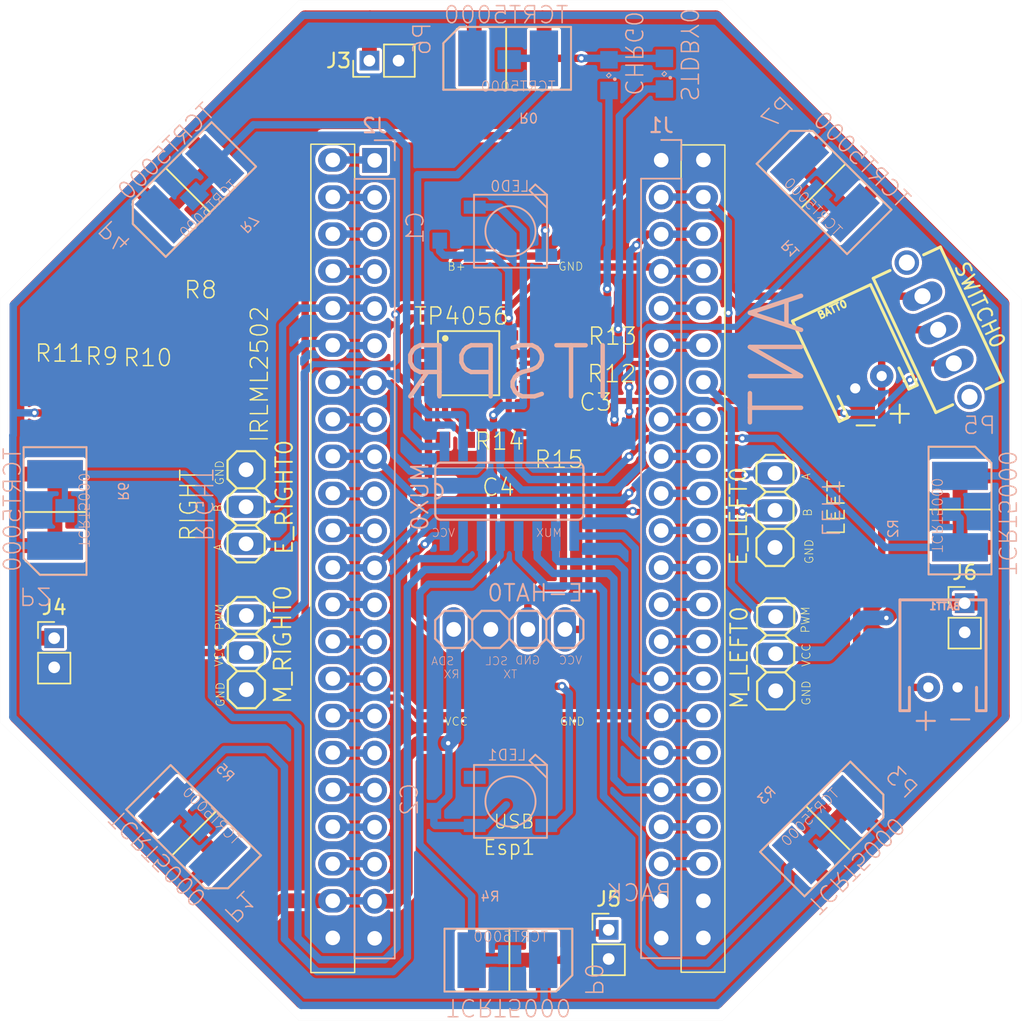
<source format=kicad_pcb>
(kicad_pcb (version 20241229) (generator "pcbnew") (generator_version "9.0")
  (layers (0 "F.Cu" signal) (2 "B.Cu" signal) (13 "F.Paste" user) (15 "B.Paste" user) (5 "F.SilkS" user "F.Silkscreen") (7 "B.SilkS" user "B.Silkscreen") (1 "F.Mask" user) (3 "B.Mask" user) (25 "Edge.Cuts" user))
  (net 0 "")
  (net 1 "GND")
  (net 2 "VCC")
  (net 3 "AD0")
  (net 4 "EM_ENABLE")
  (net 5 "MUX_A")
  (net 6 "MUX_B")
  (net 7 "MUX_C")
  (net 8 "Net-(SWITCH0-P)")
  (net 9 "Net-(CHRG0-PadC)")
  (net 10 "/<p>MCU and Motors</p>/SDA_RX")
  (net 11 "/<p>MCU and Motors</p>/SCL_TX")
  (net 12 "/<p>MCU and Motors</p>/E_RIGHT_A")
  (net 13 "/<p>MCU and Motors</p>/E_RIGHT_B")
  (net 14 "/<p>MCU and Motors</p>/M_RIGHT_PWM")
  (net 15 "/<p>MCU and Motors</p>/M_LEFT_PWM")
  (net 16 "/<p>MCU and Motors</p>/E_LEFT_B")
  (net 17 "/<p>MCU and Motors</p>/E_LEFT_A")
  (net 18 "Net-(IRLML2502-D)")
  (net 19 "Net-(IRLML2502-G)")
  (net 20 "Net-(LED0-DO)")
  (net 22 "Net-(SWITCH0-S)")
  (net 23 "/<p>Proximity Sensors</p>/MUX_X7")
  (net 24 "/<p>Proximity Sensors</p>/MUX_X1")
  (net 25 "/<p>Proximity Sensors</p>/MUX_X5")
  (net 26 "/<p>Proximity Sensors</p>/MUX_X6")
  (net 27 "/<p>Proximity Sensors</p>/MUX_X2")
  (net 28 "/<p>Proximity Sensors</p>/MUX_X4")
  (net 29 "/<p>Proximity Sensors</p>/MUX_X0")
  (net 30 "/<p>Proximity Sensors</p>/MUX_X3")
  (net 31 "/<p>Proximity Sensors</p>/EM")
  (net 32 "Net-(R10-Pad2)")
  (net 33 "Net-(TP4056-STDBY)")
  (net 34 "Net-(R12-Pad2)")
  (net 35 "Net-(TP4056-CHRG)")
  (net 37 "Net-(TP4056-PROG)")
  (net 38 "Net-(SWITCH0-O)")
  (net 39 "/<p>Power Supply</p>/TP_B+")
  (net 40 "Net-(Esp1-GPIO13)")
  (net 41 "Net-(Esp1-GPIO11)")
  (net 42 "Net-(Esp1-GPIO17)")
  (net 43 "Net-(Esp1-GPIO36)")
  (net 44 "Net-(Esp1-GPIO20)")
  (net 45 "Net-(Esp1-GPIO46)")
  (net 46 "Net-(Esp1-RST)")
  (net 47 "Net-(Esp1-GPIO9)")
  (net 48 "Net-(Esp1-GPIO14)")
  (net 49 "Net-(Esp1-GPIO15)")
  (net 50 "Net-(Esp1-GPIO37)")
  (net 51 "Net-(Esp1-GPIO19)")
  (net 52 "Net-(Esp1-GPIO35)")
  (net 53 "Net-(Esp1-GPIO38)")
  (net 54 "Net-(Esp1-GPIO42)")
  (net 55 "Net-(Esp1-GPIO12)")
  (net 56 "Net-(Esp1-GPIO2)")
  (net 57 "Net-(J2-Pin_21)")
  (net 58 "Net-(Esp1-GPIO39)")
  (net 59 "Net-(Esp1-GPIO4)")
  (net 60 "Net-(Esp1-GPIO10)")
  (net 61 "Net-(Esp1-GPIO18)")
  (net 62 "Net-(Esp1-GPIO3)")
  (net 63 "Net-(Esp1-GPIO40)")
  (net 64 "Net-(Esp1-GPIO0)")
  (net 66 "Net-(Esp1-3V3-Pad1)")
  (footprint "board:SOT23" (layer "F.Cu") (at 123.6211 84.443598 180)
    (property "Reference" "IRLML2502")
    (property "Value" "MOSFET-NREFLOW")
  )
  (footprint "esp32-s3:Untitled" (layer "F.Cu") (at 143.987619 93.354999)
    (property "Reference" "Esp1")
    (property "Value" "~")
  )
  (footprint "board:1X03" (layer "F.Cu") (at 162.044492 103.271995 90)
    (property "Reference" "M_LEFT0")
    (property "Value" "PINHD-1X3")
  )
  (footprint "Connector_PinHeader_2.00mm:PinHeader_1x02_P2.00mm_Vertical" (layer "F.Cu") (at 150.6 122.2)
    (property "Reference" "J5")
    (property "Value" "Sen3")
  )
  (footprint "board:1X03" (layer "F.Cu") (at 125.75 93.19 -90)
    (property "Reference" "E_RIGHT0")
    (property "Value" "PINHD-1X3")
  )
  (footprint "board:R0805" (layer "F.Cu") (at 147.296608 84.041602)
    (property "Reference" "R12")
    (property "Value" "103")
  )
  (footprint "Connector_PinHeader_2.00mm:PinHeader_1x02_P2.00mm_Vertical" (layer "F.Cu") (at 134.2 62.6 90)
    (property "Reference" "J3")
    (property "Value" "Sen1")
  )
  (footprint "board:R0603" (layer "F.Cu") (at 140.091101 88.603597)
    (property "Reference" "R14")
    (property "Value" "122")
  )
  (footprint "board:SOP" (layer "F.Cu") (at 141.0011 83.343598)
    (property "Reference" "TP4056")
    (property "Value" "TP4056")
  )
  (footprint "board:HH3T90" (layer "F.Cu") (at 173.1811 81.053598 115)
    (property "Reference" "SWITCH0")
    (property "Value" "SS12F2356")
  )
  (footprint "Connector_PinHeader_2.00mm:PinHeader_1x02_P2.00mm_Vertical" (layer "F.Cu") (at 175 99.8)
    (property "Reference" "J6")
    (property "Value" "Sen4")
  )
  (footprint "Connector_PinHeader_2.00mm:PinHeader_1x02_P2.00mm_Vertical" (layer "F.Cu") (at 112.6 102.2)
    (property "Reference" "J4")
    (property "Value" "Sen2")
  )
  (footprint "board:R0805" (layer "F.Cu") (at 147.276608 81.451602)
    (property "Reference" "R13")
    (property "Value" "102")
  )
  (footprint "board:JST-2-PTH" (layer "F.Cu") (at 168.405032 84.646937 25)
    (property "Reference" "BATT0")
    (property "Value" "CONN_02JST-PTH-2")
  )
  (footprint "board:C0603_420" (layer "F.Cu") (at 147.086608 86.063597)
    (property "Reference" "C3")
    (property "Value" "10 uF")
  )
  (footprint "board:R0805" (layer "F.Cu") (at 118.752493 85.865996 90)
    (property "Reference" "R10")
    (property "Value" "18R")
  )
  (footprint "board:R0805" (layer "F.Cu") (at 112.77 85.81 -90)
    (property "Reference" "R11")
    (property "Value" "NM")
  )
  (footprint "board:1X03" (layer "F.Cu") (at 162 93.44 90)
    (property "Reference" "E_LEFT0")
    (property "Value" "PINHD-1X3")
  )
  (footprint "board:C0603_420" (layer "F.Cu") (at 140.34 91.760001)
    (property "Reference" "C4")
    (property "Value" "10 uF")
  )
  (footprint "board:1X03" (layer "F.Cu") (at 125.77 103.19 90)
    (property "Reference" "M_RIGHT0")
    (property "Value" "PINHD-1X3")
  )
  (footprint "board:R0805" (layer "F.Cu") (at 115.77 85.790001 -90)
    (property "Reference" "R9")
    (property "Value" "0R")
  )
  (footprint "board:R0805" (layer "F.Cu") (at 122.4211 79.943598 180)
    (property "Reference" "R8")
    (property "Value" "4k7")
  )
  (footprint "board:R0805" (layer "F.Cu") (at 147.316608 88.141602 180)
    (property "Reference" "R15")
    (property "Value" "0R")
  )
  (footprint "board:1X04" (layer "B.Cu") (at 143.79 101.6 180)
    (property "Reference" "E-HAT0")
    (property "Value" "PINHD-1X4")
  )
  (footprint "board:C0603_348" (layer "B.Cu") (at 138.6211 113.193598 90)
    (property "Reference" "C2")
    (property "Value" "0.10 nF")
  )
  (footprint "board:WS2812B" (layer "B.Cu") (at 143.8711 113.393598 180)
    (property "Reference" "LED1")
    (property "Value" "WS2812B5050")
  )
  (footprint "board:TCRT5000" (layer "B.Cu") (at 165.644113 115.234112 -135)
    (property "Reference" "P3")
    (property "Value" "TCRT5000")
  )
  (footprint "board:M0805" (layer "B.Cu") (at 123.114137 114.495864 45)
    (property "Reference" "R5")
    (property "Value" "4k7")
  )
  (footprint "board:M0805" (layer "B.Cu") (at 143.78 63.48 -90)
    (property "Reference" "R0")
    (property "Value" "4k7")
  )
  (footprint "board:TCRT5000" (layer "B.Cu") (at 122.201481 115.569706 135)
    (property "Reference" "P1")
    (property "Value" "TCRT5000")
  )
  (footprint "board:WS2812B" (layer "B.Cu") (at 143.8711 74.293598 180)
    (property "Reference" "LED0")
    (property "Value" "WS2812B5050")
  )
  (footprint "board:M0805" (layer "B.Cu") (at 173.129999 93.36 180)
    (property "Reference" "R2")
    (property "Value" "4k7")
  )
  (footprint "board:TCRT5000" (layer "B.Cu") (at 143.574 62.44)
    (property "Reference" "P6")
    (property "Value" "TCRT5000")
  )
  (footprint "board:M0805" (layer "B.Cu") (at 114.280001 93.460001)
    (property "Reference" "R6")
    (property "Value" "4k7")
  )
  (footprint "board:TCRT5000" (layer "B.Cu") (at 143.7986 124.280001 180)
    (property "Reference" "P0")
    (property "Value" "TCRT5000")
  )
  (footprint "board:TCRT5000" (layer "B.Cu") (at 112.66 93.5486 90)
    (property "Reference" "P2")
    (property "Value" "TCRT5000")
  )
  (footprint "board:TCRT5000" (layer "B.Cu") (at 121.765888 71.485887 45)
    (property "Reference" "P4")
    (property "Value" "TCRT5000")
  )
  (footprint "Connector_PinHeader_2.54mm:PinHeader_1x22_P2.54mm_Vertical" (layer "B.Cu") (at 134.56 69.44 180)
    (property "Reference" "J2")
    (property "Value" "Conn_01x22")
  )
  (footprint "board:TCRT5000" (layer "B.Cu") (at 174.68 93.380001 -90)
    (property "Reference" "P5")
    (property "Value" "TCRT5000")
  )
  (footprint "board:C0603_348" (layer "B.Cu") (at 139.0211 74.093598 90)
    (property "Reference" "C1")
    (property "Value" "0.10 nF")
  )
  (footprint "board:M0805" (layer "B.Cu") (at 164.265864 72.414137 -135)
    (property "Reference" "R1")
    (property "Value" "4k7")
  )
  (footprint "board:M0805" (layer "B.Cu") (at 164.515864 114.185864 135)
    (property "Reference" "R3")
    (property "Value" "4k7")
  )
  (footprint "board:SO16" (layer "B.Cu") (at 143.795 92.1234)
    (property "Reference" "MUX0")
    (property "Value" "4051D")
  )
  (footprint "board:M0805" (layer "B.Cu") (at 143.81 122.949999 90)
    (property "Reference" "R4")
    (property "Value" "4k7")
  )
  (footprint "board:SML0805" (layer "B.Cu") (at 154.4211 63.493598 90)
    (property "Reference" "STDBY0")
    (property "Value" "GREEN")
  )
  (footprint "board:SML0805" (layer "B.Cu") (at 150.6211 63.593598 90)
    (property "Reference" "CHRG0")
    (property "Value" "RED")
  )
  (footprint "board:M0805" (layer "B.Cu") (at 122.884137 72.574137 -45)
    (property "Reference" "R7")
    (property "Value" "4k7")
  )
  (footprint "Connector_PinHeader_2.54mm:PinHeader_1x22_P2.54mm_Vertical" (layer "B.Cu") (at 154.2 69.42 180)
    (property "Reference" "J1")
    (property "Value" "Conn_01x22")
  )
  (footprint "board:TCRT5000" (layer "B.Cu") (at 165.314113 71.195888 -45)
    (property "Reference" "P7")
    (property "Value" "TCRT5000")
  )
  (footprint "board:JST-2-PTH" (layer "B.Cu") (at 173.5111 105.573598 180)
    (property "Reference" "BATT1")
    (property "Value" "CONN_02JST-PTH-2")
  )
  (gr_poly (pts (xy 178.886623 78.946601) (xy 178.886623 107.940601) (xy 158.383629 128.443595) (xy 129.389629 128.443595) (xy 108.886631 107.940601) (xy 108.886631 78.946601) (xy 129.389629 58.443603) (xy 158.383629 58.443603)) (stroke (width 0.003779) (color 255 0 0 1)) (fill no) (layer "Edge.Cuts"))
  (gr_text "GND" (at 164.468492 106.846494 90) (layer "F.SilkS") (effects (font (size 0.560832 0.560832) (thickness 0.048768)) (justify left bottom)))
  (gr_text "B" (at 124.168492 93.596494 90) (layer "F.SilkS") (effects (font (size 0.560832 0.560832) (thickness 0.048768)) (justify left bottom)))
  (gr_text "VCC" (at 164.468492 104.196494 90) (layer "F.SilkS") (effects (font (size 0.560832 0.560832) (thickness 0.048768)) (justify left bottom)))
  (gr_text "VCC" (at 124.218492 104.196494 90) (layer "F.SilkS") (effects (font (size 0.560832 0.560832) (thickness 0.048768)) (justify left bottom)))
  (gr_text "A" (at 164.468492 91.396494 90) (layer "F.SilkS") (effects (font (size 0.560832 0.560832) (thickness 0.048768)) (justify left bottom)))
  (gr_text "A" (at 124.168492 96.246494 90) (layer "F.SilkS") (effects (font (size 0.560832 0.560832) (thickness 0.048768)) (justify left bottom)))
  (gr_text "GND" (at 124.318492 106.946494 90) (layer "F.SilkS") (effects (font (size 0.560832 0.560832) (thickness 0.048768)) (justify left bottom)))
  (gr_text "VCC" (at 139.3211 108.243598 0) (layer "F.SilkS") (effects (font (size 0.560832 0.560832) (thickness 0.048768)) (justify left bottom)))
  (gr_text "LEFT" (at 166.882136 95.282282 90) (layer "F.SilkS") (effects (font (size 1.1684 1.1684) (thickness 0.1016)) (justify left bottom)))
  (gr_text "+" (at 169.4411 87.643598 0) (layer "F.SilkS") (effects (font (size 1.63576 1.63576) (thickness 0.14224)) (justify left bottom)))
  (gr_text "GND" (at 147.1211 77.043598 0) (layer "F.SilkS") (effects (font (size 0.560832 0.560832) (thickness 0.048768)) (justify left bottom)))
  (gr_text "GND" (at 147.2211 108.243598 0) (layer "F.SilkS") (effects (font (size 0.560832 0.560832) (thickness 0.048768)) (justify left bottom)))
  (gr_text "-" (at 167.1111 88.443598 0) (layer "F.SilkS") (effects (font (size 1.63576 1.63576) (thickness 0.14224)) (justify left bottom)))
  (gr_text "GND" (at 124.268492 91.746494 90) (layer "F.SilkS") (effects (font (size 0.560832 0.560832) (thickness 0.048768)) (justify left bottom)))
  (gr_text "B" (at 164.568492 93.896494 90) (layer "F.SilkS") (effects (font (size 0.560832 0.560832) (thickness 0.048768)) (justify left bottom)))
  (gr_text "PWM" (at 164.418492 101.896494 90) (layer "F.SilkS") (effects (font (size 0.560832 0.560832) (thickness 0.048768)) (justify left bottom)))
  (gr_text "RIGHT" (at 122.5211 95.643598 90) (layer "F.SilkS") (effects (font (size 1.1684 1.1684) (thickness 0.1016)) (justify left bottom)))
  (gr_text "B+" (at 139.5211 77.043598 0) (layer "F.SilkS") (effects (font (size 0.560832 0.560832) (thickness 0.048768)) (justify left bottom)))
  (gr_text "GND" (at 164.668492 97.146494 90) (layer "F.SilkS") (effects (font (size 0.560832 0.560832) (thickness 0.048768)) (justify left bottom)))
  (gr_text "USB" (at 142.658492 115.326494 0) (layer "F.SilkS") (effects (font (size 0.93472 0.93472) (thickness 0.08128)) (justify left bottom)))
  (gr_text "PWM" (at 124.268492 101.696494 90) (layer "F.SilkS") (effects (font (size 0.560832 0.560832) (thickness 0.048768)) (justify left bottom)))
  (gr_text "TCRT5000" (at 147.011923 64.779929 -0) (layer "B.SilkS") (effects (font (size 0.70104 0.70104) (thickness 0.06096)) (justify left bottom mirror)))
  (gr_text "VCC   GND" (at 148.8211 104.043598 -0) (layer "B.SilkS") (effects (font (size 0.560832 0.560832) (thickness 0.048768)) (justify left bottom mirror)))
  (gr_text "TCRT5000" (at 121.815564 112.243563 -45) (layer "B.SilkS") (effects (font (size 0.70104 0.70104) (thickness 0.06096)) (justify right top mirror)))
  (gr_text "TCRT5000" (at 115.031927 90.803063 -90) (layer "B.SilkS") (effects (font (size 0.70104 0.70104) (thickness 0.06096)) (justify right top mirror)))
  (gr_text "TCRT5000" (at 173.501926 91.153063 -90) (layer "B.SilkS") (effects (font (size 0.70104 0.70104) (thickness 0.06096)) (justify right top mirror)))
  (gr_text "RIGHT" (at 123.518492 90.506494 -90) (layer "B.SilkS") (effects (font (size 1.1684 1.1684) (thickness 0.1016)) (justify right top mirror)))
  (gr_text "BACK" (at 154.998492 120.356494 -0) (layer "B.SilkS") (effects (font (size 1.1684 1.1684) (thickness 0.1016)) (justify left bottom mirror)))
  (gr_text "LEFT" (at 166.468492 91.316494 -90) (layer "B.SilkS") (effects (font (size 1.1684 1.1684) (thickness 0.1016)) (justify right top mirror)))
  (gr_text "MUX             VCC" (at 142.928492 94.976494 -0) (layer "B.SilkS") (effects (font (size 0.560832 0.560832) (thickness 0.048768)) (justify mirror)))
  (gr_text "ANT" (at 164.2311 83.063598 90) (layer "B.SilkS") (effects (font (size 3.5052 3.5052) (thickness 0.3048)) (justify bottom mirror)))
  (gr_text "TCRT5000" (at 166.15142 74.749426 -45) (layer "B.SilkS") (effects (font (size 0.70104 0.70104) (thickness 0.06096)) (justify left bottom mirror)))
  (gr_text "TCRT5000" (at 125.311424 71.213566 -315) (layer "B.SilkS") (effects (font (size 0.70104 0.70104) (thickness 0.06096)) (justify left bottom mirror)))
  (gr_text "+" (at 173.4411 108.703598 -0) (layer "B.SilkS") (effects (font (size 1.63576 1.63576) (thickness 0.14224)) (justify left bottom mirror)))
  (gr_text "SCL     SDA   \nTX       RX     " (at 137.1211 103.443598 0) (layer "B.SilkS") (effects (font (size 0.560832 0.560832) (thickness 0.048768)) (justify right top mirror)))
  (gr_text "TCRT5000" (at 146.501923 123.079929 -0) (layer "B.SilkS") (effects (font (size 0.70104 0.70104) (thickness 0.06096)) (justify left bottom mirror)))
  (gr_text "ITSPR\n" (at 143.6811 86.063597 0) (layer "B.SilkS") (effects (font (size 3.5052 3.5052) (thickness 0.3048)) (justify bottom mirror)))
  (gr_text "-" (at 175.8011 108.603598 -0) (layer "B.SilkS") (effects (font (size 1.63576 1.63576) (thickness 0.14224)) (justify left bottom mirror)))
  (gr_text "TCRT5000" (at 162.26556 116.039423 45) (layer "B.SilkS") (effects (font (size 0.70104 0.70104) (thickness 0.06096)) (justify right top mirror)))
  (segment (start 138.2511 83.907177) (end 138.2511 83.978597) (width 0.42) (layer "F.Cu") (net 1))
  (segment (start 128.290001 120.209999) (end 125.492135 123.007865) (width 1.016) (layer "F.Cu") (net 2))
  (segment (start 129.586266 127.101995) (end 125.492135 123.007865) (width 1.016) (layer "F.Cu") (net 2))
  (segment (start 125.77 103.19) (end 121.06 103.19) (width 0.508) (layer "F.Cu") (net 2))
  (segment (start 175 99.8) (end 170.646488 99.8) (width 1.016) (layer "F.Cu") (net 2))
  (segment (start 177.53833 95.978158) (end 177.554493 95.961995) (width 1.016) (layer "F.Cu") (net 2))
  (segment (start 146.116276 126.980212) (end 145.994493 127.101995) (width 1.016) (layer "F.Cu") (net 2))
  (segment (start 112.650389 90.949058) (end 110.251555 90.949059) (width 1.016) (layer "F.Cu") (net 2))
  (segment (start 137.989999 91.760001) (end 137.25 92.5) (width 0.508) (layer "F.Cu") (net 2))
  (segment (start 110.044493 103.341995) (end 110.044493 102.38) (width 1.016) (layer "F.Cu") (net 2))
  (segment (start 120.132371 73.12129) (end 123.598752 69.654908) (width 1.016) (layer "F.Cu") (net 2))
  (segment (start 136.1 81.3) (end 137.15 80.25) (width 0.508) (layer "F.Cu") (net 2))
  (segment (start 138 95.75) (end 137.25 96.5) (width 0.508) (layer "F.Cu") (net 2))
  (segment (start 129.816268 59.661995) (end 134.24 59.661995) (width 1.016) (layer "F.Cu") (net 2))
  (segment (start 146.064492 59.661996) (end 157.923228 59.661996) (width 1.016) (layer "F.Cu") (net 2))
  (segment (start 121.685379 119.221108) (end 118.19538 115.731108) (width 1.016) (layer "F.Cu") (net 2))
  (segment (start 121.84538 67.901537) (end 121.84538 67.632883) (width 1.016) (layer "F.Cu") (net 2))
  (segment (start 141.114492 127.101996) (end 129.586266 127.101995) (width 1.016) (layer "F.Cu") (net 2))
  (segment (start 134.2 62.6) (end 134.2 59.701995) (width 1.016) (layer "F.Cu") (net 2))
  (segment (start 134.24 59.661995) (end 141.384492 59.661995) (width 1.016) (layer "F.Cu") (net 2))
  (segment (start 170.646488 99.8) (end 169.634492 100.811996) (width 1.016) (layer "F.Cu") (net 2))
  (segment (start 110.224493 102.2) (end 110.044493 102.38) (width 1.016) (layer "F.Cu") (net 2))
  (segment (start 141.214077 127.002411) (end 141.114492 127.101996) (width 1.016) (layer "F.Cu") (net 2))
  (segment (start 174.682901 95.978158) (end 177.53833 95.978158) (width 1.016) (layer "F.Cu") (net 2))
  (segment (start 112.65039 95.850389) (end 112.650389 90.949058) (width 1.016) (layer "F.Cu") (net 2))
  (segment (start 177.554492 91.081995) (end 177.554493 95.961995) (width 1.016) (layer "F.Cu") (net 2))
  (segment (start 177.548454 91.075958) (end 177.554492 91.081995) (width 1.016) (layer "F.Cu") (net 2))
  (segment (start 137.25 100.56) (end 138.28 101.59) (width 0.508) (layer "F.Cu") (net 2))
  (segment (start 146.110001 124.280001) (end 147.299999 124.280001) (width 0.508) (layer "F.Cu") (net 2))
  (segment (start 177.554492 91.081995) (end 177.554492 79.280498) (width 1.016) (layer "F.Cu") (net 2))
  (segment (start 147.299999 124.280001) (end 149.17 122.41) (width 0.508) (layer "F.Cu") (net 2))
  (segment (start 110.044493 102.38) (end 110.044493 95.851995) (width 1.016) (layer "F.Cu") (net 2))
  (segment (start 136.01 120.24) (end 136.66 119.59) (width 1.016) (layer "F.Cu") (net 2))
  (segment (start 118.225379 115.731108) (end 111.450379 108.956108) (width 1.016) (layer "F.Cu") (net 2))
  (segment (start 136.1 84.1) (end 136.1 81.3) (width 0.508) (layer "F.Cu") (net 2))
  (segment (start 163.679551 69.557445) (end 165.639113 67.597883) (width 1.016) (layer "F.Cu") (net 2))
  (segment (start 177.554492 79.280498) (end 169.170242 70.896249) (width 1.016) (layer "F.Cu") (net 2))
  (segment (start 123.818848 117.202707) (end 120.352467 113.736326) (width 1.016) (layer "F.Cu") (net 2))
  (segment (start 137.15 80.25) (end 143.75 80.25) (width 0.508) (layer "F.Cu") (net 2))
  (segment (start 119.25 105) (end 119.25 112.618225) (width 0.508) (layer "F.Cu") (net 2))
  (segment (start 174.682901 91.075958) (end 177.548454 91.075958) (width 1.016) (layer "F.Cu") (net 2))
  (segment (start 149.17 122.41) (end 150.39 122.41) (width 0.508) (layer "F.Cu") (net 2))
  (segment (start 137.539832 109.426655) (end 139.573345 109.426655) (width 1.016) (layer "F.Cu") (net 2))
  (segment (start 138.28 101.59) (end 138.69 101.59) (width 0.508) (layer "F.Cu") (net 2))
  (segment (start 110.044493 95.851995) (end 110.045231 95.851258) (width 1.016) (layer "F.Cu") (net 2))
  (segment (start 118.278965 71.267883) (end 118.21038 71.267883) (width 1.016) (layer "F.Cu") (net 2))
  (segment (start 169.170242 70.896249) (end 165.755495 67.481501) (width 1.016) (layer "F.Cu") (net 2))
  (segment (start 120.132371 73.12129) (end 118.278965 71.267883) (width 1.016) (layer "F.Cu") (net 2))
  (segment (start 146.1648 62.44) (end 148.73 62.44) (width 0.508) (layer "F.Cu") (net 2))
  (segment (start 141.214076 124.277139) (end 141.214077 127.002411) (width 1.016) (layer "F.Cu") (net 2))
  (segment (start 146.173207 62.44839) (end 146.173208 59.770711) (width 1.016) (layer "F.Cu") (net 2))
  (segment (start 123.818848 117.202707) (end 121.800448 119.221108) (width 1.016) (layer "F.Cu") (net 2))
  (segment (start 111.44361 108.956108) (end 110.044493 107.556991) (width 1.016) (layer "F.Cu") (net 2))
  (segment (start 146.116276 124.277139) (end 146.116276 126.980212) (width 1.016) (layer "F.Cu") (net 2))
  (segment (start 134.2 59.701995) (end 134.24 59.661995) (width 1.016) (layer "F.Cu") (net 2))
  (segment (start 139.49 91.760001) (end 138.5 91.760001) (width 0.508) (layer "F.Cu") (net 2))
  (segment (start 150.39 122.41) (end 150.6 122.2) (width 0.508) (layer "F.Cu") (net 2))
  (segment (start 138.2511 91.511101) (end 138.5 91.760001) (width 0.508) (layer "F.Cu") (net 2))
  (segment (start 139.573345 109.426655) (end 139.6 109.4) (width 1.016) (layer "F.Cu") (net 2))
  (segment (start 119.25 112.618225) (end 120.369509 113.737734) (width 0.508) (layer "F.Cu") (net 2))
  (segment (start 121.84538 67.632883) (end 129.816268 59.661995) (width 1.016) (layer "F.Cu") (net 2))
  (segment (start 145.994493 127.101995) (end 141.114492 127.101996) (width 1.016) (layer "F.Cu") (net 2))
  (segment (start 110.045231 95.851258) (end 112.651259 95.851258) (width 1.016) (layer "F.Cu") (net 2))
  (segment (start 175 99.8) (end 177.554493 99.8) (width 1.016) (layer "F.Cu") (net 2))
  (segment (start 120.352467 113.736326) (end 118.357687 115.731107) (width 1.016) (layer "F.Cu") (net 2))
  (segment (start 163.799264 117.055902) (end 165.773604 119.030243) (width 1.016) (layer "F.Cu") (net 2))
  (segment (start 111.450379 108.956108) (end 111.44361 108.956108) (width 1.016) (layer "F.Cu") (net 2))
  (segment (start 137.248598 85.248598) (end 136.1 84.1) (width 0.508) (layer "F.Cu") (net 2))
  (segment (start 121.06 103.19) (end 119.25 105) (width 0.508) (layer "F.Cu") (net 2))
  (segment (start 138.5 91.760001) (end 137.989999 91.760001) (width 0.508) (layer "F.Cu") (net 2))
  (segment (start 146.116276 124.277139) (end 141.214076 124.277139) (width 1.016) (layer "F.Cu") (net 2))
  (segment (start 110.044493 107.556991) (end 110.044493 103.341995) (width 1.016) (layer "F.Cu") (net 2))
  (segment (start 176.168605 108.926108) (end 176.17859 108.926108) (width 1.016) (layer "F.Cu") (net 2))
  (segment (start 157.923228 59.661996) (end 165.639114 67.377883) (width 1.016) (layer "F.Cu") (net 2))
  (segment (start 125.492135 123.007865) (end 121.800448 119.316177) (width 1.016) (layer "F.Cu") (net 2))
  (segment (start 131.69 120.209999) (end 128.290001 120.209999) (width 1.016) (layer "F.Cu") (net 2))
  (segment (start 143.75 81.437498) (end 143.7511 81.438598) (width 0.508) (layer "F.Cu") (net 2))
  (segment (start 174.682901 95.978158) (end 174.682901 91.075958) (width 1.016) (layer "F.Cu") (net 2))
  (segment (start 146.064492 59.661996) (end 146.173208 59.770711) (width 1.016) (layer "F.Cu") (net 2))
  (segment (start 112.651259 95.851258) (end 112.660001 95.86) (width 1.016) (layer "F.Cu") (net 2))
  (segment (start 145.994493 127.101995) (end 157.992717 127.101996) (width 1.016) (layer "F.Cu") (net 2))
  (segment (start 176.17859 108.926108) (end 177.574493 107.530205) (width 1.016) (layer "F.Cu") (net 2))
  (segment (start 138.2761 85.273598) (end 138.2511 85.248597) (width 0.42) (layer "F.Cu") (net 2))
  (segment (start 177.554493 99.8) (end 177.554493 101.131995) (width 1.016) (layer "F.Cu") (net 2))
  (segment (start 163.679551 69.557445) (end 167.145933 73.023827) (width 1.016) (layer "F.Cu") (net 2))
  (segment (start 138.2511 85.248598) (end 138.2511 91.511101) (width 0.508) (layer "F.Cu") (net 2))
  (segment (start 112.6 102.2) (end 110.224493 102.2) (width 1.016) (layer "F.Cu") (net 2))
  (segment (start 141.384492 62.334905) (end 141.384492 59.661995) (width 1.016) (layer "F.Cu") (net 2))
  (segment (start 141.384492 59.661995) (end 146.064492 59.661996) (width 1.016) (layer "F.Cu") (net 2))
  (segment (start 167.145933 73.023827) (end 169.170242 70.999517) (width 1.016) (layer "F.Cu") (net 2))
  (segment (start 123.598752 69.654908) (end 121.84538 67.901537) (width 1.016) (layer "F.Cu") (net 2))
  (segment (start 110.044493 79.43377) (end 118.21038 71.267883) (width 1.016) (layer "F.Cu") (net 2))
  (segment (start 165.773604 119.321108) (end 176.168605 108.926108) (width 1.016) (layer "F.Cu") (net 2))
  (segment (start 177.574493 101.021995) (end 177.574493 107.530205) (width 1.016) (layer "F.Cu") (net 2))
  (segment (start 112.660001 95.86) (end 112.65039 95.850389) (width 1.016) (layer "F.Cu") (net 2))
  (segment (start 134.56 120.24) (end 136.01 120.24) (width 1.016) (layer "F.Cu") (net 2))
  (segment (start 143.75 80.25) (end 143.75 81.437498) (width 0.508) (layer "F.Cu") (net 2))
  (segment (start 157.992717 127.101996) (end 165.773604 119.321108) (width 1.016) (layer "F.Cu") (net 2))
  (segment (start 118.21038 71.267883) (end 121.84538 67.632883) (width 1.016) (layer "F.Cu") (net 2))
  (segment (start 110.044492 90.741995) (end 110.044493 79.43377) (width 1.016) (layer "F.Cu") (net 2))
  (segment (start 163.799264 117.055902) (end 167.265645 113.589521) (width 1.016) (layer "F.Cu") (net 2))
  (segment (start 138.2511 85.248598) (end 137.248598 85.248598) (width 0.508) (layer "F.Cu") (net 2))
  (segment (start 110.044493 95.851995) (end 110.044492 90.741995) (width 1.016) (layer "F.Cu") (net 2))
  (segment (start 167.265645 113.589521) (end 169.373605 115.69748) (width 1.016) (layer "F.Cu") (net 2))
  (segment (start 177.554493 95.961995) (end 177.554493 99.8) (width 1.016) (layer "F.Cu") (net 2))
  (segment (start 110.251555 90.949059) (end 110.044492 90.741995) (width 1.016) (layer "F.Cu") (net 2))
  (segment (start 136.66 119.59) (end 136.66 110.306487) (width 1.016) (layer "F.Cu") (net 2))
  (segment (start 137.25 92.5) (end 137.25 96.5) (width 0.508) (layer "F.Cu") (net 2))
  (segment (start 136.66 110.306487) (end 137.539832 109.426655) (width 1.016) (layer "F.Cu") (net 2))
  (segment (start 137.25 96.5) (end 137.25 100.56) (width 0.508) (layer "F.Cu") (net 2))
  (via (at 169.634492 100.811996) (size 0.6) (drill 0.3) (layers "F.Cu" "B.Cu") (net 2))
  (via (at 138 95.75) (size 0.6) (drill 0.3) (layers "F.Cu" "B.Cu") (net 2))
  (via (at 148.73 62.44) (size 0.6) (drill 0.3) (layers "F.Cu" "B.Cu") (net 2))
  (via (at 139.6 109.4) (size 0.6) (drill 0.3) (layers "F.Cu" "B.Cu") (net 2))
  (via (at 143.75 80.25) (size 0.6) (drill 0.3) (layers "F.Cu" "B.Cu") (net 2))
  (segment (start 143.75 80.25) (end 143.75 77) (width 0.508) (layer "B.Cu") (net 2))
  (segment (start 141.4211 115.043598) (end 142.176402 115.043598) (width 0.508) (layer "B.Cu") (net 2))
  (segment (start 139.98 101.6) (end 139.98 109.02) (width 1.016) (layer "B.Cu") (net 2))
  (segment (start 138.57 95.18) (end 139.333199 95.18) (width 0.508) (layer "B.Cu") (net 2))
  (segment (start 134.529999 120.209999) (end 134.56 120.24) (width 0.508) (layer "B.Cu") (net 2))
  (segment (start 139.470001 95.0768) (end 139.350001 95.196801) (width 0.42) (layer "B.Cu") (net 2))
  (segment (start 139.65 109.45) (end 139.6 109.4) (width 0.508) (layer "B.Cu") (net 2))
  (segment (start 150.517502 62.44) (end 150.6211 62.543598) (width 0.508) (layer "B.Cu") (net 2))
  (segment (start 138.6211 114.9511) (end 138.6211 114.043598) (width 0.508) (layer "B.Cu") (net 2))
  (segment (start 138 95.75) (end 138.57 95.18) (width 0.508) (layer "B.Cu") (net 2))
  (segment (start 143.75 77) (end 142.693598 75.943598) (width 0.508) (layer "B.Cu") (net 2))
  (segment (start 154.4211 62.443598) (end 150.7211 62.443598) (width 0.508) (layer "B.Cu") (net 2))
  (segment (start 139.333199 95.18) (end 139.349999 95.1968) (width 0.508) (layer "B.Cu") (net 2))
  (segment (start 165.594492 103.271995) (end 168.054492 100.811996) (width 1.016) (layer "B.Cu") (net 2))
  (segment (start 138.713598 115.043598) (end 138.6211 114.9511) (width 0.508) (layer "B.Cu") (net 2))
  (segment (start 148.73 62.44) (end 150.517502 62.44) (width 0.508) (layer "B.Cu") (net 2))
  (segment (start 139.0211 75.6711) (end 139.293598 75.943598) (width 0.508) (layer "B.Cu") (net 2))
  (segment (start 141.4211 115.043598) (end 138.713598 115.043598) (width 0.508) (layer "B.Cu") (net 2))
  (segment (start 142.693598 75.943598) (end 141.4211 75.943598) (width 0.508) (layer "B.Cu") (net 2))
  (segment (start 131.69 120.209999) (end 134.529999 120.209999) (width 0.508) (layer "B.Cu") (net 2))
  (segment (start 139.98 109.02) (end 139.6 109.4) (width 1.016) (layer "B.Cu") (net 2))
  (segment (start 162.044492 103.271995) (end 165.594492 103.271995) (width 1.016) (layer "B.Cu") (net 2))
  (segment (start 150.7211 62.443598) (end 150.6211 62.543598) (width 0.508) (layer "B.Cu") (net 2))
  (segment (start 139.65 113.014698) (end 139.65 109.45) (width 0.508) (layer "B.Cu") (net 2))
  (segment (start 142.176402 115.043598) (end 143.59 113.63) (width 0.508) (layer "B.Cu") (net 2))
  (segment (start 138.6211 114.043598) (end 139.65 113.014698) (width 0.508) (layer "B.Cu") (net 2))
  (segment (start 139.293598 75.943598) (end 141.4211 75.943598) (width 0.508) (layer "B.Cu") (net 2))
  (segment (start 168.054492 100.811996) (end 169.634492 100.811996) (width 1.016) (layer "B.Cu") (net 2))
  (segment (start 139.0211 74.943598) (end 139.0211 75.6711) (width 0.508) (layer "B.Cu") (net 2))
  (segment (start 137 90.75) (end 141.5 90.75) (width 0.508) (layer "B.Cu") (net 3))
  (segment (start 134.529999 84.649999) (end 134.56 84.68) (width 0.508) (layer "B.Cu") (net 3))
  (segment (start 135.8682 89.6182) (end 137 90.75) (width 0.508) (layer "B.Cu") (net 3))
  (segment (start 141.890001 90.359999) (end 141.890001 89.05) (width 0.508) (layer "B.Cu") (net 3))
  (segment (start 131.69 84.649999) (end 134.529999 84.649999) (width 0.508) (layer "B.Cu") (net 3))
  (segment (start 134.63 84.75) (end 135.5 84.75) (width 0.508) (layer "B.Cu") (net 3))
  (segment (start 134.56 84.68) (end 134.63 84.75) (width 0.508) (layer "B.Cu") (net 3))
  (segment (start 135.5 84.75) (end 135.8682 85.1182) (width 0.508) (layer "B.Cu") (net 3))
  (segment (start 135.8682 85.1182) (end 135.8682 89.6182) (width 0.508) (layer "B.Cu") (net 3))
  (segment (start 141.5 90.75) (end 141.890001 90.359999) (width 0.508) (layer "B.Cu") (net 3))
  (segment (start 137.519999 107.519999) (end 136.2758 106.2758) (width 0.42) (layer "F.Cu") (net 4))
  (segment (start 130.4758 106.2758) (end 129.8 105.6) (width 0.42) (layer "F.Cu") (net 4))
  (segment (start 129.8 105.6) (end 129.8 78.05) (width 0.508) (layer "F.Cu") (net 4))
  (segment (start 145 67.75) (end 146.25 69) (width 0.508) (layer "F.Cu") (net 4))
  (segment (start 130 77.25) (end 130 68.75) (width 0.508) (layer "F.Cu") (net 4))
  (segment (start 154.2 107.519999) (end 137.519999 107.519999) (width 0.508) (layer "F.Cu") (net 4))
  (segment (start 121.471101 79.943598) (end 121.471101 78.350466) (width 0.508) (layer "F.Cu") (net 4))
  (segment (start 146.25 69) (end 146.25 74.25) (width 0.508) (layer "F.Cu") (net 4))
  (segment (start 129.5 77.75) (end 130 77.25) (width 0.508) (layer "F.Cu") (net 4))
  (segment (start 129.8 78.05) (end 129.5 77.75) (width 0.508) (layer "F.Cu") (net 4))
  (segment (start 121.471101 78.350466) (end 122.071567 77.75) (width 0.508) (layer "F.Cu") (net 4))
  (segment (start 122.071567 77.75) (end 129.5 77.75) (width 0.508) (layer "F.Cu") (net 4))
  (segment (start 131 67.75) (end 145 67.75) (width 0.508) (layer "F.Cu") (net 4))
  (segment (start 136.2758 106.2758) (end 130.4758 106.2758) (width 0.42) (layer "F.Cu") (net 4))
  (segment (start 130 68.75) (end 131 67.75) (width 0.508) (layer "F.Cu") (net 4))
  (via (at 146.25 74.25) (size 0.6) (drill 0.3) (layers "F.Cu" "B.Cu") (net 4))
  (segment (start 146.25 74.25) (end 146.25 75.872498) (width 0.508) (layer "B.Cu") (net 4))
  (segment (start 146.25 75.872498) (end 146.3211 75.943598) (width 0.508) (layer "B.Cu") (net 4))
  (segment (start 154.21 107.509999) (end 154.2 107.519999) (width 0.508) (layer "B.Cu") (net 4))
  (segment (start 157.09 107.509999) (end 154.21 107.509999) (width 0.508) (layer "B.Cu") (net 4))
  (segment (start 146.81 97.76) (end 145.699999 96.649999) (width 0.508) (layer "B.Cu") (net 5))
  (segment (start 150.96 98.14) (end 150.58 97.76) (width 0.508) (layer "B.Cu") (net 5))
  (segment (start 150.58 97.76) (end 146.81 97.76) (width 0.508) (layer "B.Cu") (net 5))
  (segment (start 150.96 111.82) (end 150.96 98.14) (width 0.508) (layer "B.Cu") (net 5))
  (segment (start 145.699999 96.649999) (end 145.699999 95.1968) (width 0.508) (layer "B.Cu") (net 5))
  (segment (start 157.09 112.589998) (end 154.210002 112.589998) (width 0.508) (layer "B.Cu") (net 5))
  (segment (start 145.700001 95.196801) (end 145.700001 95.926603) (width 0.508) (layer "B.Cu") (net 5))
  (segment (start 154.210002 112.589998) (end 154.2 112.6) (width 0.508) (layer "B.Cu") (net 5))
  (segment (start 154.2 112.6) (end 151.74 112.6) (width 0.508) (layer "B.Cu") (net 5))
  (segment (start 151.74 112.6) (end 150.96 111.82) (width 0.508) (layer "B.Cu") (net 5))
  (segment (start 154.2 110.060001) (end 157.079998 110.060001) (width 0.508) (layer "B.Cu") (net 6))
  (segment (start 151.09 96.95) (end 147.17 96.95) (width 0.508) (layer "B.Cu") (net 6))
  (segment (start 151.69 97.55) (end 151.09 96.95) (width 0.508) (layer "B.Cu") (net 6))
  (segment (start 157.079998 110.060001) (end 157.09 110.049999) (width 0.508) (layer "B.Cu") (net 6))
  (segment (start 147.17 96.95) (end 146.97 96.75) (width 0.508) (layer "B.Cu") (net 6))
  (segment (start 151.69 109.02) (end 151.69 97.55) (width 0.508) (layer "B.Cu") (net 6))
  (segment (start 154.2 110.060001) (end 152.730001 110.060001) (width 0.508) (layer "B.Cu") (net 6))
  (segment (start 146.97 96.75) (end 146.97 95.1968) (width 0.508) (layer "B.Cu") (net 6))
  (segment (start 152.730001 110.060001) (end 151.69 109.02) (width 0.508) (layer "B.Cu") (net 6))
  (segment (start 157.09 104.969999) (end 154.210001 104.969999) (width 0.508) (layer "B.Cu") (net 7))
  (segment (start 151.5868 95.1968) (end 148.240001 95.1968) (width 0.508) (layer "B.Cu") (net 7))
  (segment (start 154.210001 104.969999) (end 154.2 104.98) (width 0.508) (layer "B.Cu") (net 7))
  (segment (start 152.7022 104.98) (end 152.4022 104.68) (width 0.508) (layer "B.Cu") (net 7))
  (segment (start 152.42 104.6622) (end 152.42 96.03) (width 0.508) (layer "B.Cu") (net 7))
  (segment (start 154.2 104.98) (end 152.7022 104.98) (width 0.508) (layer "B.Cu") (net 7))
  (segment (start 152.42 96.03) (end 151.5868 95.1968) (width 0.508) (layer "B.Cu") (net 7))
  (segment (start 152.4022 104.68) (end 152.42 104.6622) (width 0.508) (layer "B.Cu") (net 7))
  (segment (start 173.1811 81.053598) (end 171.096402 81.053598) (width 0.508) (layer "F.Cu") (net 8))
  (segment (start 167.6 99.85) (end 167.6 104.51) (width 0.508) (layer "F.Cu") (net 8))
  (segment (start 168.663598 105.573598) (end 172.5111 105.573598) (width 0.508) (layer "F.Cu") (net 8))
  (segment (start 169.31134 98.13866) (end 167.6 99.85) (width 0.508) (layer "F.Cu") (net 8))
  (segment (start 167.6 104.51) (end 168.663598 105.573598) (width 0.508) (layer "F.Cu") (net 8))
  (segment (start 169.31134 82.83866) (end 169.31134 84.224317) (width 0.508) (layer "F.Cu") (net 8))
  (segment (start 169.31134 84.224317) (end 169.31134 98.13866) (width 0.508) (layer "F.Cu") (net 8))
  (segment (start 171.096402 81.053598) (end 169.31134 82.83866) (width 0.508) (layer "F.Cu") (net 8))
  (segment (start 169.29 84.202977) (end 169.31134 84.224317) (width 1.016) (layer "B.Cu") (net 8))
  (segment (start 150.5 79.178209) (end 148.226607 81.451602) (width 0.508) (layer "F.Cu") (net 9))
  (segment (start 150.5 78.25) (end 150.5 79.178209) (width 0.508) (layer "F.Cu") (net 9))
  (via (at 150.5 78.25) (size 0.6) (drill 0.3) (layers "F.Cu" "B.Cu") (net 9))
  (segment (start 150.6211 75.3789) (end 150.6211 64.643598) (width 0.508) (layer "B.Cu") (net 9))
  (segment (start 150.5 75.5) (end 150.6211 75.3789) (width 0.508) (layer "B.Cu") (net 9))
  (segment (start 150.5 78.25) (end 150.5 75.5) (width 0.508) (layer "B.Cu") (net 9))
  (segment (start 158.8 82.379363) (end 157.811164 83.368199) (width 0.508) (layer "F.Cu") (net 10))
  (segment (start 152 83.7) (end 152.3042 83.3958) (width 0.42) (layer "F.Cu") (net 10))
  (segment (start 149.25 90.85) (end 152 88.1) (width 0.42) (layer "F.Cu") (net 10))
  (segment (start 155.640598 83.3958) (end 155.668199 83.368199) (width 0.42) (layer "F.Cu") (net 10))
  (segment (start 152 88.1) (end 152 86.649001) (width 0.42) (layer "F.Cu") (net 10))
  (segment (start 148.9 101.6) (end 149.25 101.25) (width 0.508) (layer "F.Cu") (net 10))
  (segment (start 149.25 101.25) (end 149.25 90.85) (width 0.508) (layer "F.Cu") (net 10))
  (segment (start 157.811164 83.368199) (end 155.668199 83.368199) (width 0.508) (layer "F.Cu") (net 10))
  (segment (start 147.6 101.6) (end 148.9 101.6) (width 0.508) (layer "F.Cu") (net 10))
  (segment (start 158.8 79.9) (end 158.8 82.379363) (width 0.508) (layer "F.Cu") (net 10))
  (segment (start 152.3042 83.3958) (end 155.640598 83.3958) (width 0.42) (layer "F.Cu") (net 10))
  (segment (start 152 85) (end 152 83.7) (width 0.42) (layer "F.Cu") (net 10))
  (via (at 152 86.649001) (size 0.6) (drill 0.3) (layers "F.Cu" "B.Cu") (net 10))
  (via (at 152 85) (size 0.6) (drill 0.3) (layers "F.Cu" "B.Cu") (net 10))
  (via (at 158.8 79.9) (size 0.6) (drill 0.3) (layers "F.Cu" "B.Cu") (net 10))
  (segment (start 157.09 71.949999) (end 158.8 73.659999) (width 0.508) (layer "B.Cu") (net 10))
  (segment (start 154.210001 71.949999) (end 154.2 71.96) (width 0.508) (layer "B.Cu") (net 10))
  (segment (start 157.09 71.949999) (end 154.210001 71.949999) (width 0.508) (layer "B.Cu") (net 10))
  (segment (start 152 86.649001) (end 152 85) (width 0.42) (layer "B.Cu") (net 10))
  (segment (start 158.8 73.659999) (end 158.8 79.9) (width 0.508) (layer "B.Cu") (net 10))
  (segment (start 147.5 89.75) (end 147.5 98.75) (width 0.508) (layer "F.Cu") (net 11))
  (segment (start 151 87.75) (end 149.25 89.5) (width 0.508) (layer "F.Cu") (net 11))
  (segment (start 146 98.75) (end 145.060001 99.689999) (width 0.508) (layer "F.Cu") (net 11))
  (segment (start 154.2 74.499999) (end 153.250001 74.499999) (width 0.508) (layer "F.Cu") (net 11))
  (segment (start 145.060001 99.689999) (end 145.060001 101.6) (width 0.508) (layer "F.Cu") (net 11))
  (segment (start 147.75 89.5) (end 147.5 89.75) (width 0.508) (layer "F.Cu") (net 11))
  (segment (start 151 87.2) (end 151 87.75) (width 0.508) (layer "F.Cu") (net 11))
  (segment (start 153.250001 74.499999) (end 152.5 75.25) (width 0.508) (layer "F.Cu") (net 11))
  (segment (start 147.5 98.75) (end 146 98.75) (width 0.508) (layer "F.Cu") (net 11))
  (segment (start 149.25 89.5) (end 147.75 89.5) (width 0.508) (layer "F.Cu") (net 11))
  (via (at 151 87.2) (size 0.6) (drill 0.3) (layers "F.Cu" "B.Cu") (net 11))
  (via (at 152.5 75.25) (size 0.6) (drill 0.3) (layers "F.Cu" "B.Cu") (net 11))
  (segment (start 154.2 74.499999) (end 157.08 74.499999) (width 0.508) (layer "B.Cu") (net 11))
  (segment (start 151 87.2) (end 151 84.1) (width 0.508) (layer "B.Cu") (net 11))
  (segment (start 157.08 74.499999) (end 157.09 74.489999) (width 0.508) (layer "B.Cu") (net 11))
  (segment (start 152.0455 75.7045) (end 152.5 75.25) (width 0.508) (layer "B.Cu") (net 11))
  (segment (start 152.0455 83.0545) (end 152.0455 75.7045) (width 0.508) (layer "B.Cu") (net 11))
  (segment (start 151 84.1) (end 152.0455 83.0545) (width 0.508) (layer "B.Cu") (net 11))
  (segment (start 131.720001 82.14) (end 131.69 82.109999) (width 0.508) (layer "B.Cu") (net 12))
  (segment (start 129.75 82) (end 131.580001 82) (width 0.508) (layer "B.Cu") (net 12))
  (segment (start 125.77 95.75) (end 128.25 95.75) (width 0.508) (layer "B.Cu") (net 12))
  (segment (start 131.580001 82) (end 131.69 82.109999) (width 0.508) (layer "B.Cu") (net 12))
  (segment (start 129 95) (end 129 82.75) (width 0.508) (layer "B.Cu") (net 12))
  (segment (start 125.75 95.73) (end 125.77 95.75) (width 0.508) (layer "B.Cu") (net 12))
  (segment (start 128.25 95.75) (end 129 95) (width 0.508) (layer "B.Cu") (net 12))
  (segment (start 134.56 82.14) (end 131.720001 82.14) (width 0.508) (layer "B.Cu") (net 12))
  (segment (start 129 82.75) (end 129.75 82) (width 0.508) (layer "B.Cu") (net 12))
  (segment (start 128.25 92.75) (end 128.25 80.75) (width 0.508) (layer "B.Cu") (net 13))
  (segment (start 127.81 93.19) (end 128.25 92.75) (width 0.508) (layer "B.Cu") (net 13))
  (segment (start 134.529999 79.569999) (end 134.56 79.6) (width 0.508) (layer "B.Cu") (net 13))
  (segment (start 125.75 93.19) (end 127.81 93.19) (width 0.508) (layer "B.Cu") (net 13))
  (segment (start 129.430001 79.569999) (end 131.69 79.569999) (width 0.508) (layer "B.Cu") (net 13))
  (segment (start 131.69 79.569999) (end 134.529999 79.569999) (width 0.508) (layer "B.Cu") (net 13))
  (segment (start 128.25 80.75) (end 129.430001 79.569999) (width 0.508) (layer "B.Cu") (net 13))
  (segment (start 146.568083 76.75) (end 149.25 76.75) (width 0.42) (layer "F.Cu") (net 14))
  (segment (start 136.4928 79.5) (end 143.818083 79.5) (width 0.42) (layer "F.Cu") (net 14))
  (segment (start 143.818083 79.5) (end 146.568083 76.75) (width 0.42) (layer "F.Cu") (net 14))
  (segment (start 153.91 76.75) (end 149.25 76.75) (width 0.508) (layer "F.Cu") (net 14))
  (segment (start 135.9928 80) (end 136.4928 79.5) (width 0.42) (layer "F.Cu") (net 14))
  (segment (start 154.2 77.04) (end 153.91 76.75) (width 0.508) (layer "F.Cu") (net 14))
  (via (at 135.9928 80) (size 0.6) (drill 0.3) (layers "F.Cu" "B.Cu") (net 14))
  (segment (start 125.77 100.65) (end 128.85 100.65) (width 0.508) (layer "B.Cu") (net 14))
  (segment (start 129.75 84) (end 129.75 84.5) (width 0.508) (layer "B.Cu") (net 14))
  (segment (start 154.210001 77.029999) (end 154.2 77.04) (width 0.508) (layer "B.Cu") (net 14))
  (segment (start 136.0818 80.089) (end 136.0818 83.1682) (width 0.42) (layer "B.Cu") (net 14))
  (segment (start 135.9928 80) (end 136.0818 80.089) (width 0.42) (layer "B.Cu") (net 14))
  (segment (start 135.8342 83.4158) (end 130.3342 83.4158) (width 0.42) (layer "B.Cu") (net 14))
  (segment (start 128.85 100.65) (end 129.75 99.75) (width 0.508) (layer "B.Cu") (net 14))
  (segment (start 129.75 99.75) (end 129.75 84) (width 0.508) (layer "B.Cu") (net 14))
  (segment (start 136.0818 83.1682) (end 135.8342 83.4158) (width 0.42) (layer "B.Cu") (net 14))
  (segment (start 157.09 77.029999) (end 154.210001 77.029999) (width 0.508) (layer "B.Cu") (net 14))
  (segment (start 130.3342 83.4158) (end 129.75 84) (width 0.42) (layer "B.Cu") (net 14))
  (segment (start 159 86.559999) (end 159 98.5) (width 0.508) (layer "B.Cu") (net 15))
  (segment (start 157.09 84.649999) (end 159 86.559999) (width 0.508) (layer "B.Cu") (net 15))
  (segment (start 161.231995 100.731995) (end 162.044492 100.731995) (width 0.508) (layer "B.Cu") (net 15))
  (segment (start 159 98.5) (end 161.231995 100.731995) (width 0.508) (layer "B.Cu") (net 15))
  (segment (start 159.7572 93.5) (end 159.713 93.5442) (width 0.42) (layer "F.Cu") (net 16))
  (segment (start 159.713 93.5442) (end 152.2942 93.5442) (width 0.42) (layer "F.Cu") (net 16))
  (segment (start 152.2942 93.5442) (end 152.25 93.5) (width 0.42) (layer "F.Cu") (net 16))
  (via (at 159.7572 93.5) (size 0.6) (drill 0.3) (layers "F.Cu" "B.Cu") (net 16))
  (via (at 152.25 93.5) (size 0.6) (drill 0.3) (layers "F.Cu" "B.Cu") (net 16))
  (segment (start 131.720001 97.38) (end 131.69 97.349999) (width 0.508) (layer "B.Cu") (net 16))
  (segment (start 159.8172 93.44) (end 159.7572 93.5) (width 0.42) (layer "B.Cu") (net 16))
  (segment (start 162 93.44) (end 159.8172 93.44) (width 0.42) (layer "B.Cu") (net 16))
  (segment (start 134.56 97.38) (end 138.44 93.5) (width 0.42) (layer "B.Cu") (net 16))
  (segment (start 134.56 97.38) (end 131.720001 97.38) (width 0.508) (layer "B.Cu") (net 16))
  (segment (start 138.44 93.5) (end 152.25 93.5) (width 0.42) (layer "B.Cu") (net 16))
  (segment (start 159.9958 91.0042) (end 160 91) (width 0.42) (layer "F.Cu") (net 17))
  (segment (start 153.2458 91.0042) (end 159.9958 91.0042) (width 0.42) (layer "F.Cu") (net 17))
  (segment (start 152 92.25) (end 153.2458 91.0042) (width 0.42) (layer "F.Cu") (net 17))
  (via (at 160 91) (size 0.6) (drill 0.3) (layers "F.Cu" "B.Cu") (net 17))
  (via (at 152 92.25) (size 0.6) (drill 0.3) (layers "F.Cu" "B.Cu") (net 17))
  (segment (start 152 92.25) (end 151.5 92.75) (width 0.508) (layer "B.Cu") (net 17))
  (segment (start 160.1 90.9) (end 160 91) (width 0.42) (layer "B.Cu") (net 17))
  (segment (start 137.55 92.75) (end 134.56 89.76) (width 0.508) (layer "B.Cu") (net 17))
  (segment (start 161.998252 90.885431) (end 160.718251 90.885431) (width 0.508) (layer "B.Cu") (net 17))
  (segment (start 131.69 89.729999) (end 134.529999 89.729999) (width 0.508) (layer "B.Cu") (net 17))
  (segment (start 151.5 92.75) (end 137.55 92.75) (width 0.508) (layer "B.Cu") (net 17))
  (segment (start 134.529999 89.729999) (end 134.56 89.76) (width 0.508) (layer "B.Cu") (net 17))
  (segment (start 162 90.9) (end 160.1 90.9) (width 0.42) (layer "B.Cu") (net 17))
  (segment (start 123.6211 85.543597) (end 123.6211 86.4389) (width 0.508) (layer "F.Cu") (net 18))
  (segment (start 123.235995 86.815995) (end 118.752493 86.815995) (width 0.508) (layer "F.Cu") (net 18))
  (segment (start 123.6211 86.4389) (end 123.24 86.82) (width 0.508) (layer "F.Cu") (net 18))
  (segment (start 123.24 86.82) (end 123.235995 86.815995) (width 0.508) (layer "F.Cu") (net 18))
  (segment (start 123.371099 79.943598) (end 124.553598 79.943598) (width 0.508) (layer "F.Cu") (net 19))
  (segment (start 124.73 83.184698) (end 124.5711 83.343598) (width 0.508) (layer "F.Cu") (net 19))
  (segment (start 124.553598 79.943598) (end 124.73 80.12) (width 0.508) (layer "F.Cu") (net 19))
  (segment (start 124.73 80.12) (end 124.73 83.184698) (width 0.508) (layer "F.Cu") (net 19))
  (segment (start 142.7 98.592776) (end 142.7 86.9) (width 0.508) (layer "F.Cu") (net 20))
  (segment (start 147.4 105.5) (end 145 105.5) (width 0.508) (layer "F.Cu") (net 20))
  (segment (start 143.839801 99.732577) (end 142.7 98.592776) (width 0.508) (layer "F.Cu") (net 20))
  (segment (start 145 105.5) (end 143.839801 104.339801) (width 0.508) (layer "F.Cu") (net 20))
  (segment (start 143.839801 104.339801) (end 143.839801 99.732577) (width 0.508) (layer "F.Cu") (net 20))
  (via (at 147.4 105.5) (size 0.6) (drill 0.3) (layers "F.Cu" "B.Cu") (net 20))
  (via (at 142.7 86.9) (size 0.6) (drill 0.3) (layers "F.Cu" "B.Cu") (net 20))
  (segment (start 143.143598 72.643598) (end 141.4211 72.643598) (width 0.508) (layer "B.Cu") (net 20))
  (segment (start 144.75 74.25) (end 143.143598 72.643598) (width 0.508) (layer "B.Cu") (net 20))
  (segment (start 147.9 114.1) (end 147.9 106) (width 0.508) (layer "B.Cu") (net 20))
  (segment (start 144.75 86.25) (end 143.35 86.25) (width 0.508) (layer "B.Cu") (net 20))
  (segment (start 147.9 106) (end 147.4 105.5) (width 0.508) (layer "B.Cu") (net 20))
  (segment (start 144.75 86.25) (end 144.75 74.25) (width 0.508) (layer "B.Cu") (net 20))
  (segment (start 143.35 86.25) (end 142.7 86.9) (width 0.508) (layer "B.Cu") (net 20))
  (segment (start 146.956402 115.043598) (end 147.9 114.1) (width 0.508) (layer "B.Cu") (net 20))
  (segment (start 146.3211 115.043598) (end 146.956402 115.043598) (width 0.508) (layer "B.Cu") (net 20))
  (segment (start 146.25 114.972498) (end 146.3211 115.043598) (width 0.508) (layer "B.Cu") (net 20))
  (segment (start 152.75 67.5) (end 152.5 67.75) (width 0.508) (layer "F.Cu") (net 22))
  (segment (start 147.1 76) (end 140.5 76) (width 0.508) (layer "F.Cu") (net 22))
  (segment (start 152.5 67.75) (end 152.5 70.6) (width 0.508) (layer "F.Cu") (net 22))
  (segment (start 159 68.5) (end 158 67.5) (width 0.508) (layer "F.Cu") (net 22))
  (segment (start 158 67.5) (end 152.75 67.5) (width 0.508) (layer "F.Cu") (net 22))
  (segment (start 172.10765 78.751577) (end 159.751577 78.751577) (width 0.508) (layer "F.Cu") (net 22))
  (segment (start 140.071916 76.428084) (end 140.071916 78.104001) (width 0.508) (layer "F.Cu") (net 22))
  (segment (start 159.751577 78.751577) (end 159 78) (width 0.508) (layer "F.Cu") (net 22))
  (segment (start 159 78) (end 159 68.5) (width 0.508) (layer "F.Cu") (net 22))
  (segment (start 152.5 70.6) (end 147.1 76) (width 0.508) (layer "F.Cu") (net 22))
  (segment (start 172.147988 78.733195) (end 172.066375 78.814807) (width 0.508) (layer "F.Cu") (net 22))
  (segment (start 140.5 76) (end 140.071916 76.428084) (width 0.508) (layer "F.Cu") (net 22))
  (segment (start 143.16 90.574) (end 144.6238 92.0378) (width 0.508) (layer "B.Cu") (net 23))
  (segment (start 152.8918 90.269328) (end 152.8918 81.2654) (width 0.508) (layer "B.Cu") (net 23))
  (segment (start 159.318145 80.8558) (end 167.146085 73.02786) (width 0.42) (layer "B.Cu") (net 23))
  (segment (start 151.123328 92.0378) (end 152.8918 90.269328) (width 0.508) (layer "B.Cu") (net 23))
  (segment (start 144.6238 92.0378) (end 151.123328 92.0378) (width 0.508) (layer "B.Cu") (net 23))
  (segment (start 143.16 89.05) (end 143.16 90.574) (width 0.508) (layer "B.Cu") (net 23))
  (segment (start 164.940394 71.745299) (end 166.218923 73.023827) (width 0.508) (layer "B.Cu") (net 23))
  (segment (start 153.3014 80.8558) (end 152.8918 81.2654) (width 0.42) (layer "B.Cu") (net 23))
  (segment (start 153.3014 80.8558) (end 159.318145 80.8558) (width 0.42) (layer "B.Cu") (net 23))
  (segment (start 121.00554 113.736326) (end 122.435552 115.16634) (width 0.508) (layer "B.Cu") (net 24))
  (segment (start 141.110801 97.5) (end 138 97.5) (width 0.508) (layer "B.Cu") (net 24))
  (segment (start 128.38 111.02) (end 127.2 109.84) (width 0.508) (layer "B.Cu") (net 24))
  (segment (start 136.8022 98.6978) (end 136.8022 124.0822) (width 0.508) (layer "B.Cu") (net 24))
  (segment (start 141.890001 95.1968) (end 141.890001 96.7208) (width 0.508) (layer "B.Cu") (net 24))
  (segment (start 124.267243 109.84) (end 120.369509 113.737734) (width 0.508) (layer "B.Cu") (net 24))
  (segment (start 141.890001 96.7208) (end 141.110801 97.5) (width 0.508) (layer "B.Cu") (net 24))
  (segment (start 135.8244 125.06) (end 130.61 125.06) (width 0.508) (layer "B.Cu") (net 24))
  (segment (start 138 97.5) (end 136.8022 98.6978) (width 0.508) (layer "B.Cu") (net 24))
  (segment (start 136.8022 124.0822) (end 135.8244 125.06) (width 0.508) (layer "B.Cu") (net 24))
  (segment (start 130.61 125.06) (end 128.38 122.83) (width 0.508) (layer "B.Cu") (net 24))
  (segment (start 128.38 122.83) (end 128.38 111.02) (width 0.508) (layer "B.Cu") (net 24))
  (segment (start 127.2 109.84) (end 124.267243 109.84) (width 0.508) (layer "B.Cu") (net 24))
  (segment (start 159.7572 88.5) (end 159.733 88.4758) (width 0.42) (layer "F.Cu") (net 25))
  (segment (start 159.733 88.4758) (end 153.2742 88.4758) (width 0.42) (layer "F.Cu") (net 25))
  (segment (start 153.2742 88.4758) (end 152 89.75) (width 0.42) (layer "F.Cu") (net 25))
  (via (at 152 89.75) (size 0.6) (drill 0.3) (layers "F.Cu" "B.Cu") (net 25))
  (via (at 159.7572 88.5) (size 0.6) (drill 0.3) (layers "F.Cu" "B.Cu") (net 25))
  (segment (start 174.682901 95.978158) (end 174.682902 93.966405) (width 0.508) (layer "B.Cu") (net 25))
  (segment (start 162.087623 88.5) (end 159.7572 88.5) (width 0.508) (layer "B.Cu") (net 25))
  (segment (start 169.558424 95.970801) (end 162.087623 88.5) (width 0.508) (layer "B.Cu") (net 25))
  (segment (start 144.43 90.574) (end 145.1816 91.3256) (width 0.508) (layer "B.Cu") (net 25))
  (segment (start 174.682902 93.966405) (end 174.072892 93.356395) (width 0.508) (layer "B.Cu") (net 25))
  (segment (start 150.4244 91.3256) (end 152 89.75) (width 0.508) (layer "B.Cu") (net 25))
  (segment (start 174.68 95.970801) (end 169.558424 95.970801) (width 0.508) (layer "B.Cu") (net 25))
  (segment (start 144.43 89.05) (end 144.43 90.574) (width 0.508) (layer "B.Cu") (net 25))
  (segment (start 174.682901 95.978158) (end 174.092901 96.568158) (width 0.508) (layer "B.Cu") (net 25))
  (segment (start 145.1816 91.3256) (end 150.4244 91.3256) (width 0.508) (layer "B.Cu") (net 25))
  (segment (start 143.870001 62.44) (end 143.78 62.530001) (width 0.508) (layer "B.Cu") (net 26))
  (segment (start 140.22 70.42) (end 137.5 70.42) (width 0.508) (layer "B.Cu") (net 26))
  (segment (start 140.58 86.93) (end 140.58 89.01) (width 0.508) (layer "B.Cu") (net 26))
  (segment (start 137.5 86.18) (end 138.2 86.88) (width 0.508) (layer "B.Cu") (net 26))
  (segment (start 138.2 86.88) (end 140.53 86.88) (width 0.508) (layer "B.Cu") (net 26))
  (segment (start 140.58 89.01) (end 140.62 89.05) (width 0.508) (layer "B.Cu") (net 26))
  (segment (start 146.1648 62.44) (end 146.1648 64.4752) (width 0.508) (layer "B.Cu") (net 26))
  (segment (start 137.5 70.42) (end 137.5 86.18) (width 0.508) (layer "B.Cu") (net 26))
  (segment (start 140.53 86.88) (end 140.58 86.93) (width 0.508) (layer "B.Cu") (net 26))
  (segment (start 146.1648 62.44) (end 143.870001 62.44) (width 0.508) (layer "B.Cu") (net 26))
  (segment (start 146.1648 64.4752) (end 140.22 70.42) (width 0.508) (layer "B.Cu") (net 26))
  (segment (start 113.330001 93.460001) (end 113.330001 91.627801) (width 0.42) (layer "B.Cu") (net 27))
  (segment (start 124.86 107.64) (end 128.65 107.64) (width 0.508) (layer "B.Cu") (net 27))
  (segment (start 130.807202 124.25) (end 135.24 124.25) (width 0.508) (layer "B.Cu") (net 27))
  (segment (start 123.38 92.82) (end 123.38 106.16) (width 0.508) (layer "B.Cu") (net 27))
  (segment (start 136.09 123.4) (end 136.09 98.16) (width 0.508) (layer "B.Cu") (net 27))
  (segment (start 136.09 98.16) (end 137.5 96.75) (width 0.508) (layer "B.Cu") (net 27))
  (segment (start 129.3 108.29) (end 129.3 122.742798) (width 0.508) (layer "B.Cu") (net 27))
  (segment (start 129.3 122.742798) (end 130.807202 124.25) (width 0.508) (layer "B.Cu") (net 27))
  (segment (start 140.62 96.13) (end 140.62 95.1968) (width 0.508) (layer "B.Cu") (net 27))
  (segment (start 135.24 124.25) (end 136.09 123.4) (width 0.508) (layer "B.Cu") (net 27))
  (segment (start 113.330001 91.627801) (end 112.660001 90.9578) (width 0.42) (layer "B.Cu") (net 27))
  (segment (start 112.66 90.9578) (end 121.5178 90.9578) (width 0.508) (layer "B.Cu") (net 27))
  (segment (start 137.5 96.75) (end 140 96.75) (width 0.508) (layer "B.Cu") (net 27))
  (segment (start 128.65 107.64) (end 129.3 108.29) (width 0.508) (layer "B.Cu") (net 27))
  (segment (start 121.5178 90.9578) (end 123.38 92.82) (width 0.508) (layer "B.Cu") (net 27))
  (segment (start 123.38 106.16) (end 124.86 107.64) (width 0.508) (layer "B.Cu") (net 27))
  (segment (start 140 96.75) (end 140.62 96.13) (width 0.508) (layer "B.Cu") (net 27))
  (segment (start 139.348517 88.515367) (end 139.348517 89.045368) (width 0.508) (layer "B.Cu") (net 28))
  (segment (start 135.2556 67) (end 126.25 67) (width 0.508) (layer "B.Cu") (net 28))
  (segment (start 123.59786 69.65214) (end 123.59786 69.653915) (width 0.508) (layer "B.Cu") (net 28))
  (segment (start 139.349999 89.05) (end 137.8 89.05) (width 0.508) (layer "B.Cu") (net 28))
  (segment (start 136.75 88) (end 136.75 68.4944) (width 0.508) (layer "B.Cu") (net 28))
  (segment (start 126.25 67) (end 123.59786 69.65214) (width 0.508) (layer "B.Cu") (net 28))
  (segment (start 122.220559 71.921817) (end 123.598752 70.543624) (width 0.508) (layer "B.Cu") (net 28))
  (segment (start 137.8 89.05) (end 136.75 88) (width 0.508) (layer "B.Cu") (net 28))
  (segment (start 136.75 68.4944) (end 135.2556 67) (width 0.508) (layer "B.Cu") (net 28))
  (segment (start 137.6629 116.3629) (end 141.2078 119.9078) (width 0.508) (layer "B.Cu") (net 29))
  (segment (start 143.16 96.52) (end 141.18 98.5) (width 0.508) (layer "B.Cu") (net 29))
  (segment (start 141.2078 119.9078) (end 141.2078 124.280001) (width 0.508) (layer "B.Cu") (net 29))
  (segment (start 143.431548 124.27714) (end 141.214076 124.277139) (width 0.508) (layer "B.Cu") (net 29))
  (segment (start 143.16 95.1968) (end 143.16 96.52) (width 0.508) (layer "B.Cu") (net 29))
  (segment (start 138.25 98.5) (end 137.6629 99.0871) (width 0.508) (layer "B.Cu") (net 29))
  (segment (start 141.18 98.5) (end 138.25 98.5) (width 0.508) (layer "B.Cu") (net 29))
  (segment (start 140.55303 124.745) (end 141.2078 124.745) (width 0.508) (layer "B.Cu") (net 29))
  (segment (start 137.6629 99.0871) (end 137.6629 116.3629) (width 0.508) (layer "B.Cu") (net 29))
  (segment (start 143.811892 123.896795) (end 143.431548 124.27714) (width 0.508) (layer "B.Cu") (net 29))
  (segment (start 157.39 124.48) (end 162.87 119) (width 0.508) (layer "B.Cu") (net 30))
  (segment (start 163.812141 116.233089) (end 165.187615 114.857615) (width 0.508) (layer "B.Cu") (net 30))
  (segment (start 152.8918 115.681875) (end 152.8918 123.301875) (width 0.508) (layer "B.Cu") (net 30))
  (segment (start 162.87 118.008225) (end 163.812141 117.066084) (width 0.508) (layer "B.Cu") (net 30))
  (segment (start 144.43 95.1968) (end 144.43 96.7208) (width 0.508) (layer "B.Cu") (net 30))
  (segment (start 162.87 119) (end 162.87 118.008225) (width 0.508) (layer "B.Cu") (net 30))
  (segment (start 152.8918 123.301875) (end 154.069925 124.48) (width 0.508) (layer "B.Cu") (net 30))
  (segment (start 144.43 96.7208) (end 146.3292 98.62) (width 0.508) (layer "B.Cu") (net 30))
  (segment (start 154.069925 124.48) (end 157.39 124.48) (width 0.508) (layer "B.Cu") (net 30))
  (segment (start 146.3292 98.62) (end 149.9 98.62) (width 0.508) (layer "B.Cu") (net 30))
  (segment (start 163.812141 117.066084) (end 163.812141 116.233089) (width 0.508) (layer "B.Cu") (net 30))
  (segment (start 150.2478 98.9678) (end 150.2478 113.037875) (width 0.508) (layer "B.Cu") (net 30))
  (segment (start 150.2478 113.037875) (end 152.8918 115.681875) (width 0.508) (layer "B.Cu") (net 30))
  (segment (start 149.9 98.62) (end 150.2478 98.9678) (width 0.508) (layer "B.Cu") (net 30))
  (segment (start 111.259999 86.759999) (end 111.25 86.75) (width 0.508) (layer "F.Cu") (net 31))
  (segment (start 115.757492 86.754996) (end 115.767492 86.744996) (width 0.508) (layer "F.Cu") (net 31))
  (segment (start 112.756492 86.754995) (end 115.757492 86.754996) (width 0.508) (layer "F.Cu") (net 31))
  (segment (start 112.77 86.759999) (end 111.259999 86.759999) (width 0.508) (layer "F.Cu") (net 31))
  (via (at 111.25 86.75) (size 0.6) (drill 0.3) (layers "F.Cu" "B.Cu") (net 31))
  (segment (start 109.764492 92.236724) (end 109.76498 95.911996) (width 0.508) (layer "B.Cu") (net 31))
  (segment (start 129.538077 127.381995) (end 111.172152 109.016071) (width 0.508) (layer "B.Cu") (net 31))
  (segment (start 118.080379 71.067883) (end 129.656267 59.491995) (width 0.508) (layer "B.Cu") (net 31))
  (segment (start 109.794492 88.261996) (end 109.764492 88.291995) (width 0.508) (layer "B.Cu") (net 31))
  (segment (start 129.656267 59.491995) (end 141.244492 59.491995) (width 0.508) (layer "B.Cu") (net 31))
  (segment (start 112.650389 95.851258) (end 109.825718 95.851258) (width 0.508) (layer "B.Cu") (net 31))
  (segment (start 146.174492 124.335355) (end 146.174492 127.381995) (width 0.508) (layer "B.Cu") (net 31))
  (segment (start 165.888605 67.348393) (end 163.679551 69.557445) (width 0.508) (layer "B.Cu") (net 31))
  (segment (start 118.08038 71.069299) (end 118.080379 71.067883) (width 0.508) (layer "B.Cu") (net 31))
  (segment (start 166.124492 112.448367) (end 166.124492 112.521995) (width 0.508) (layer "B.Cu") (net 31))
  (segment (start 177.784492 79.24428) (end 165.888605 67.348393) (width 0.508) (layer "B.Cu") (net 31))
  (segment (start 111.25 86.75) (end 109.794492 86.75) (width 0.508) (layer "B.Cu") (net 31))
  (segment (start 158.052718 127.381995) (end 146.174492 127.381995) (width 0.508) (layer "B.Cu") (net 31))
  (segment (start 123.818848 117.202707) (end 121.601352 119.420204) (width 0.508) (layer "B.Cu") (net 31))
  (segment (start 109.794492 86.75) (end 109.794492 79.35377) (width 0.508) (layer "B.Cu") (net 31))
  (segment (start 109.794492 88.261996) (end 109.794492 86.75) (width 0.508) (layer "B.Cu") (net 31))
  (segment (start 109.794492 79.35377) (end 118.080379 71.067883) (width 0.508) (layer "B.Cu") (net 31))
  (segment (start 146.174492 127.381995) (end 129.538077 127.381995) (width 0.508) (layer "B.Cu") (net 31))
  (segment (start 146.116276 124.277139) (end 146.174492 124.335355) (width 0.508) (layer "B.Cu") (net 31))
  (segment (start 177.784492 91.081996) (end 177.784492 79.24428) (width 0.508) (layer "B.Cu") (net 31))
  (segment (start 109.764492 88.291995) (end 109.764492 92.236724) (width 0.508) (layer "B.Cu") (net 31))
  (segment (start 177.784492 91.081996) (end 177.784493 107.65022) (width 0.508) (layer "B.Cu") (net 31))
  (segment (start 158.052718 59.491996) (end 165.888605 67.327882) (width 0.508) (layer "B.Cu") (net 31))
  (segment (start 141.271007 62.448389) (end 141.271007 59.518512) (width 0.508) (layer "B.Cu") (net 31))
  (segment (start 141.244492 59.491995) (end 158.052718 59.491996) (width 0.508) (layer "B.Cu") (net 31))
  (segment (start 167.265645 113.589521) (end 169.518605 115.842479) (width 0.508) (layer "B.Cu") (net 31))
  (segment (start 174.682901 91.075958) (end 177.778455 91.075958) (width 0.508) (layer "B.Cu") (net 31))
  (segment (start 124.995464 116.026092) (end 124.970399 116.026092) (width 0.508) (layer "B.Cu") (net 31))
  (segment (start 177.778455 91.075958) (end 177.784492 91.081996) (width 0.508) (layer "B.Cu") (net 31))
  (segment (start 109.825718 95.851258) (end 109.76498 95.911996) (width 0.508) (layer "B.Cu") (net 31))
  (segment (start 109.76498 107.608898) (end 109.76498 95.911996) (width 0.508) (layer "B.Cu") (net 31))
  (segment (start 162.494492 70.742505) (end 162.494492 70.721995) (width 0.508) (layer "B.Cu") (net 31))
  (segment (start 141.271007 59.518512) (end 141.244492 59.491995) (width 0.508) (layer "B.Cu") (net 31))
  (segment (start 120.132371 73.12129) (end 118.08038 71.069299) (width 0.508) (layer "B.Cu") (net 31))
  (segment (start 177.784493 107.65022) (end 158.052718 127.381995) (width 0.508) (layer "B.Cu") (net 31))
  (segment (start 111.172152 109.016071) (end 109.76498 107.608898) (width 0.508) (layer "B.Cu") (net 31))
  (segment (start 118.752493 84.915997) (end 115.845995 84.915997) (width 0.508) (layer "F.Cu") (net 32))
  (segment (start 115.757492 84.854995) (end 112.756492 84.854995) (width 0.508) (layer "F.Cu") (net 32))
  (segment (start 115.845995 84.915997) (end 115.77 84.840002) (width 0.508) (layer "F.Cu") (net 32))
  (segment (start 115.767492 84.844996) (end 115.757492 84.854995) (width 0.508) (layer "F.Cu") (net 32))
  (segment (start 115.838492 84.915995) (end 115.767492 84.844996) (width 0.508) (layer "F.Cu") (net 32))
  (segment (start 143.7511 83.978597) (end 146.290359 83.978597) (width 0.508) (layer "F.Cu") (net 33))
  (segment (start 146.290359 83.978597) (end 146.352518 84.040757) (width 0.508) (layer "F.Cu") (net 33))
  (segment (start 151.25 81) (end 151.25 82.5) (width 0.508) (layer "F.Cu") (net 34))
  (segment (start 149.708398 84.041602) (end 148.246607 84.041602) (width 0.508) (layer "F.Cu") (net 34))
  (segment (start 151.25 82.5) (end 149.708398 84.041602) (width 0.508) (layer "F.Cu") (net 34))
  (via (at 151.25 81) (size 0.6) (drill 0.3) (layers "F.Cu" "B.Cu") (net 34))
  (segment (start 151.25 77.5166) (end 151.3333 77.4333) (width 0.508) (layer "B.Cu") (net 34))
  (segment (start 151.25 81) (end 151.25 78.572257) (width 0.508) (layer "B.Cu") (net 34))
  (segment (start 151.3333 66.4067) (end 153.196402 64.543598) (width 0.508) (layer "B.Cu") (net 34))
  (segment (start 151.25 77.927743) (end 151.25 77.5166) (width 0.508) (layer "B.Cu") (net 34))
  (segment (start 151.25 78.572257) (end 151.2582 78.564057) (width 0.508) (layer "B.Cu") (net 34))
  (segment (start 153.196402 64.543598) (end 154.4211 64.543598) (width 0.508) (layer "B.Cu") (net 34))
  (segment (start 151.2582 78.564057) (end 151.2582 77.935943) (width 0.508) (layer "B.Cu") (net 34))
  (segment (start 151.2582 77.935943) (end 151.25 77.927743) (width 0.508) (layer "B.Cu") (net 34))
  (segment (start 151.3333 77.4333) (end 151.3333 66.4067) (width 0.508) (layer "B.Cu") (net 34))
  (segment (start 143.7511 82.708597) (end 145.1061 82.708597) (width 0.508) (layer "F.Cu") (net 35))
  (segment (start 145.1061 82.708597) (end 146.3311 81.483597) (width 0.508) (layer "F.Cu") (net 35))
  (segment (start 139.386899 83.285997) (end 138.8095 82.708598) (width 0.42) (layer "F.Cu") (net 37))
  (segment (start 138.8095 82.708598) (end 138.2511 82.708598) (width 0.42) (layer "F.Cu") (net 37))
  (segment (start 139.386899 87.049395) (end 139.386899 83.285997) (width 0.42) (layer "F.Cu") (net 37))
  (segment (start 138.204101 82.661597) (end 138.2511 82.708597) (width 0.508) (layer "F.Cu") (net 37))
  (segment (start 140.941101 88.603597) (end 139.386899 87.049395) (width 0.42) (layer "F.Cu") (net 37))
  (segment (start 174.25455 83.355619) (end 172.394381 83.355619) (width 0.42) (layer "F.Cu") (net 38))
  (segment (start 166.25 86.75) (end 166.75 86.75) (width 0.42) (layer "F.Cu") (net 38))
  (segment (start 172.394381 83.355619) (end 171.25 84.5) (width 0.42) (layer "F.Cu") (net 38))
  (segment (start 148.958398 88.141602) (end 148.266607 88.141602) (width 0.42) (layer "F.Cu") (net 38))
  (segment (start 165.435801 85.935801) (end 166.25 86.75) (width 0.42) (layer "F.Cu") (net 38))
  (segment (start 151.164199 85.935801) (end 148.958398 88.141602) (width 0.42) (layer "F.Cu") (net 38))
  (segment (start 151.164199 85.935801) (end 165.435801 85.935801) (width 0.42) (layer "F.Cu") (net 38))
  (via (at 166.75 86.75) (size 0.6) (drill 0.3) (layers "F.Cu" "B.Cu") (net 38))
  (via (at 171.25 84.5) (size 0.6) (drill 0.3) (layers "F.Cu" "B.Cu") (net 38))
  (segment (start 166.75 86.75) (end 169 86.75) (width 0.42) (layer "B.Cu") (net 38))
  (segment (start 169 86.75) (end 171.25 84.5) (width 0.42) (layer "B.Cu") (net 38))
  (segment (start 146.366608 86.193597) (end 146.236608 86.063597) (width 0.42) (layer "F.Cu") (net 39))
  (segment (start 146.366609 88.141602) (end 144.614106 88.141602) (width 0.42) (layer "F.Cu") (net 39))
  (segment (start 143.7511 87.278597) (end 144.614106 88.141602) (width 0.42) (layer "F.Cu") (net 39))
  (segment (start 146.366609 88.141602) (end 146.366608 86.193597) (width 0.42) (layer "F.Cu") (net 39))
  (segment (start 143.751101 85.248597) (end 143.7511 87.278597) (width 0.42) (layer "F.Cu") (net 39))
  (segment (start 131.720001 115.16) (end 131.69 115.129999) (width 0.508) (layer "B.Cu") (net 40))
  (segment (start 134.56 115.16) (end 131.720001 115.16) (width 0.508) (layer "B.Cu") (net 40))
  (segment (start 131.720001 110.08) (end 131.69 110.049999) (width 0.508) (layer "B.Cu") (net 41))
  (segment (start 134.56 110.08) (end 131.720001 110.08) (width 0.508) (layer "B.Cu") (net 41))
  (segment (start 134.56 92.3) (end 131.720001 92.3) (width 0.508) (layer "B.Cu") (net 42))
  (segment (start 131.720001 92.3) (end 131.69 92.269999) (width 0.508) (layer "B.Cu") (net 42))
  (segment (start 154.2 97.359999) (end 157.08 97.359999) (width 0.508) (layer "B.Cu") (net 43))
  (segment (start 157.08 97.359999) (end 157.09 97.349999) (width 0.508) (layer "B.Cu") (net 43))
  (segment (start 157.079999 115.14) (end 157.09 115.129999) (width 0.508) (layer "B.Cu") (net 44))
  (segment (start 154.2 115.14) (end 157.079999 115.14) (width 0.508) (layer "B.Cu") (net 44))
  (segment (start 134.56 102.46) (end 131.720001 102.46) (width 0.508) (layer "B.Cu") (net 45))
  (segment (start 131.720001 102.46) (end 131.69 102.429999) (width 0.508) (layer "B.Cu") (net 45))
  (segment (start 131.69 74.489999) (end 134.529999 74.489999) (width 0.508) (layer "B.Cu") (net 46))
  (segment (start 134.529999 74.489999) (end 134.56 74.52) (width 0.508) (layer "B.Cu") (net 46))
  (segment (start 131.720001 105) (end 131.69 104.969999) (width 0.508) (layer "B.Cu") (net 47))
  (segment (start 134.56 105) (end 131.720001 105) (width 0.508) (layer "B.Cu") (net 47))
  (segment (start 131.69 117.669999) (end 134.529999 117.669999) (width 0.508) (layer "B.Cu") (net 48))
  (segment (start 134.529999 117.669999) (end 134.56 117.7) (width 0.508) (layer "B.Cu") (net 48))
  (segment (start 131.720001 87.22) (end 131.69 87.189999) (width 0.508) (layer "B.Cu") (net 49))
  (segment (start 134.56 87.22) (end 131.720001 87.22) (width 0.508) (layer "B.Cu") (net 49))
  (segment (start 154.210001 94.809999) (end 154.2 94.82) (width 0.508) (layer "B.Cu") (net 50))
  (segment (start 157.09 94.809999) (end 154.210001 94.809999) (width 0.508) (layer "B.Cu") (net 50))
  (segment (start 154.210001 117.669999) (end 154.2 117.68) (width 0.508) (layer "B.Cu") (net 51))
  (segment (start 157.09 117.669999) (end 154.210001 117.669999) (width 0.508) (layer "B.Cu") (net 51))
  (segment (start 154.210001 99.889999) (end 154.2 99.9) (width 0.508) (layer "B.Cu") (net 52))
  (segment (start 157.09 99.889999) (end 154.210001 99.889999) (width 0.508) (layer "B.Cu") (net 52))
  (segment (start 157.09 92.27) (end 154.21 92.27) (width 0.508) (layer "B.Cu") (net 53))
  (segment (start 154.21 92.27) (end 154.2 92.28) (width 0.508) (layer "B.Cu") (net 53))
  (segment (start 154.210001 82.109999) (end 154.2 82.12) (width 0.508) (layer "B.Cu") (net 54))
  (segment (start 157.09 82.109999) (end 154.210001 82.109999) (width 0.508) (layer "B.Cu") (net 54))
  (segment (start 134.529999 112.589999) (end 134.56 112.62) (width 0.508) (layer "B.Cu") (net 55))
  (segment (start 131.69 112.589999) (end 134.529999 112.589999) (width 0.508) (layer "B.Cu") (net 55))
  (segment (start 154.2 79.58) (end 157.079998 79.58) (width 0.508) (layer "B.Cu") (net 56))
  (segment (start 157.079998 79.58) (end 157.089999 79.569999) (width 0.508) (layer "B.Cu") (net 56))
  (segment (start 131.195 71.965) (end 131.4742 71.6858) (width 0.42) (layer "F.Cu") (net 57))
  (segment (start 131.720001 71.98) (end 131.69 71.949999) (width 0.508) (layer "B.Cu") (net 57))
  (segment (start 131.145 72.015) (end 131.195 71.965) (width 0.42) (layer "B.Cu") (net 57))
  (segment (start 134.56 71.98) (end 131.720001 71.98) (width 0.508) (layer "B.Cu") (net 57))
  (segment (start 154.2 89.74) (end 157.079998 89.74) (width 0.508) (layer "B.Cu") (net 58))
  (segment (start 157.079998 89.74) (end 157.09 89.729998) (width 0.508) (layer "B.Cu") (net 58))
  (segment (start 131.045 77.461601) (end 131.7408 76.765801) (width 0.42) (layer "F.Cu") (net 59))
  (segment (start 134.56 77.06) (end 131.720001 77.06) (width 0.508) (layer "B.Cu") (net 59))
  (segment (start 131.720001 77.06) (end 131.69 77.029999) (width 0.508) (layer "B.Cu") (net 59))
  (segment (start 134.529999 107.509999) (end 134.56 107.54) (width 0.508) (layer "B.Cu") (net 60))
  (segment (start 131.69 107.509999) (end 134.529999 107.509999) (width 0.508) (layer "B.Cu") (net 60))
  (segment (start 134.529999 94.809999) (end 134.56 94.84) (width 0.508) (layer "B.Cu") (net 61))
  (segment (start 131.69 94.809999) (end 134.529999 94.809999) (width 0.508) (layer "B.Cu") (net 61))
  (segment (start 134.529999 99.889999) (end 134.56 99.92) (width 0.508) (layer "B.Cu") (net 62))
  (segment (start 131.69 99.889999) (end 134.529999 99.889999) (width 0.508) (layer "B.Cu") (net 62))
  (segment (start 157.079998 87.200001) (end 157.09 87.189999) (width 0.508) (layer "B.Cu") (net 63))
  (segment (start 154.2 87.200001) (end 157.079998 87.200001) (width 0.508) (layer "B.Cu") (net 63))
  (segment (start 154.2 102.44) (end 157.079998 102.44) (width 0.508) (layer "B.Cu") (net 64))
  (segment (start 157.079998 102.44) (end 157.089999 102.429999) (width 0.508) (layer "B.Cu") (net 64))
  (segment (start 131.69 69.409999) (end 134.529999 69.409999) (width 0.508) (layer "B.Cu") (net 66))
  (segment (start 134.529999 69.409999) (end 134.56 69.44) (width 0.508) (layer "B.Cu") (net 66))
  (zone (net 1) (net_name "GND") (layer "F.Cu") (connect_pads yes (clearance 0.000001)) (min_thickness 0.25) (fill yes (thermal_gap 0.5) (thermal_bridge_width 0.5) (island_removal_mode 1) (island_area_min 10))
    (polygon (pts (xy 130.1611 59.633598) (xy 110.0511 79.263598) (xy 110.0811 107.193598) (xy 129.4811 126.953598) (xy 157.8511 126.893598) (xy 177.4211 107.553598) (xy 177.5811 79.303598) (xy 158.03169 59.784188)))
  )
  (zone (net 1) (net_name "GND") (layer "B.Cu") (connect_pads yes (clearance 0.000001)) (min_thickness 0.25) (fill yes (thermal_gap 0.5) (thermal_bridge_width 0.5) (island_removal_mode 1) (island_area_min 10))
    (polygon (pts (xy 130.0011 59.983598) (xy 109.8911 79.613598) (xy 109.9211 107.543598) (xy 129.3211 127.303598) (xy 157.6911 127.243598) (xy 177.2611 107.903598) (xy 177.4211 79.653598) (xy 157.87169 60.134188)))
  )
)
</source>
